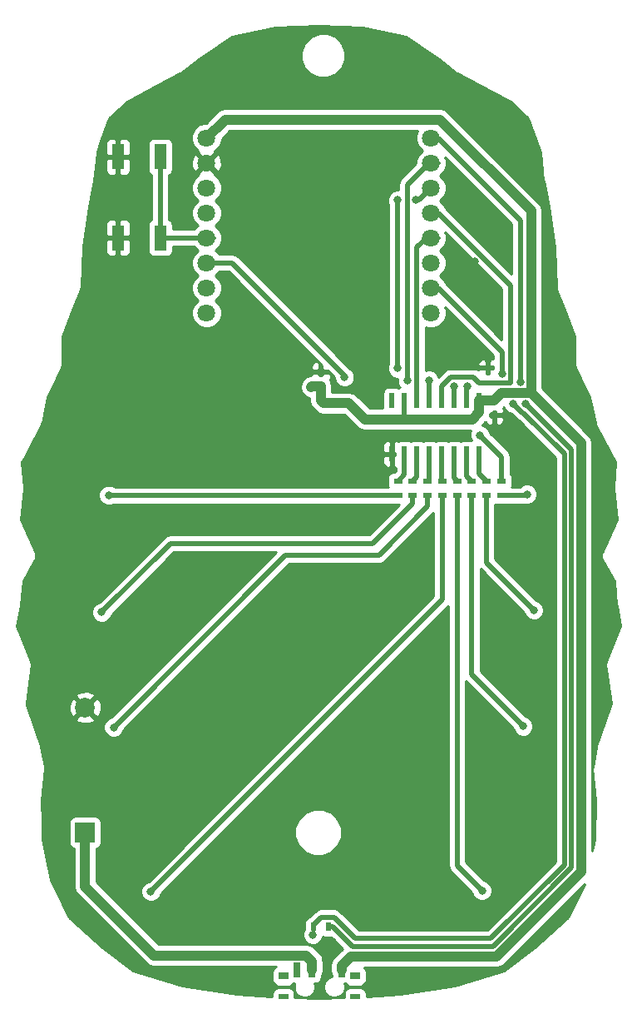
<source format=gbr>
G04 #@! TF.GenerationSoftware,KiCad,Pcbnew,no-vcs-found-bf44d39~61~ubuntu16.04.1*
G04 #@! TF.CreationDate,2018-01-11T19:38:33+02:00*
G04 #@! TF.ProjectId,shd18-badge,73686431382D62616467652E6B696361,rev?*
G04 #@! TF.SameCoordinates,Original*
G04 #@! TF.FileFunction,Copper,L2,Bot,Signal*
G04 #@! TF.FilePolarity,Positive*
%FSLAX45Y45*%
G04 Gerber Fmt 4.5, Leading zero omitted, Abs format (unit mm)*
G04 Created by KiCad (PCBNEW no-vcs-found-bf44d39~61~ubuntu16.04.1) date Thu Jan 11 19:38:33 2018*
%MOMM*%
%LPD*%
G01*
G04 APERTURE LIST*
%ADD10R,2.000000X2.000000*%
%ADD11C,2.000000*%
%ADD12R,0.900000X0.500000*%
%ADD13R,1.270000X2.540000*%
%ADD14R,0.700000X1.500000*%
%ADD15R,1.000000X0.600000*%
%ADD16R,1.000000X0.800000*%
%ADD17R,0.750000X0.800000*%
%ADD18R,0.600000X1.500000*%
%ADD19R,0.500000X0.900000*%
%ADD20C,1.800000*%
%ADD21C,0.800000*%
%ADD22C,0.500000*%
%ADD23C,0.250000*%
%ADD24C,1.000000*%
%ADD25C,0.254000*%
G04 APERTURE END LIST*
D10*
X26400000Y-21500000D03*
D11*
X26400000Y-20230000D03*
D12*
X30500000Y-16775000D03*
X30500000Y-16925000D03*
D13*
X26734100Y-14627100D03*
X27165900Y-14627100D03*
X27165900Y-15452900D03*
X26734100Y-15452900D03*
D14*
X28560000Y-22895000D03*
X28710000Y-22895000D03*
X29010000Y-22895000D03*
D15*
X28420000Y-23170000D03*
D16*
X28420000Y-22960000D03*
D15*
X29150000Y-23170000D03*
D16*
X29150000Y-22960000D03*
D17*
X28800000Y-16815000D03*
X28800000Y-16965000D03*
X30565962Y-17104853D03*
X30565962Y-17254853D03*
D18*
X30412456Y-17109940D03*
X30285456Y-17109940D03*
X30158456Y-17109940D03*
X30031456Y-17109940D03*
X29904456Y-17109940D03*
X29777456Y-17109940D03*
X29650456Y-17109940D03*
X29523456Y-17109940D03*
X29523456Y-17649940D03*
X29650456Y-17649940D03*
X29777456Y-17649940D03*
X29904456Y-17649940D03*
X30031456Y-17649940D03*
X30158456Y-17649940D03*
X30285456Y-17649940D03*
X30412456Y-17649940D03*
D12*
X29735962Y-18074853D03*
X29735962Y-17924853D03*
X29885962Y-17924853D03*
X29885962Y-18074853D03*
X30035962Y-18074853D03*
X30035962Y-17924853D03*
X30185962Y-17924853D03*
X30185962Y-18074853D03*
X30335962Y-18074853D03*
X30335962Y-17924853D03*
X30485962Y-17924853D03*
X30485962Y-18074853D03*
X30640000Y-18075000D03*
X30640000Y-17925000D03*
D19*
X28725000Y-22460000D03*
X28875000Y-22460000D03*
D12*
X29585962Y-17924853D03*
X29585962Y-18074853D03*
D20*
X29923000Y-16216000D03*
X29923000Y-15962000D03*
X29923000Y-15708000D03*
X29923000Y-15454000D03*
X29923000Y-15200000D03*
X29923000Y-14946000D03*
X29923000Y-14692000D03*
X29923000Y-14438000D03*
X27637000Y-14438000D03*
X27637000Y-14692000D03*
X27637000Y-14946000D03*
X27637000Y-15200000D03*
X27637000Y-15454000D03*
X27637000Y-15708000D03*
X27637000Y-15962000D03*
X27637000Y-16216000D03*
D21*
X28720246Y-22537975D03*
X30644999Y-16834497D03*
X30760000Y-17140000D03*
X29770000Y-15070000D03*
X29580000Y-15070000D03*
X30160000Y-16960000D03*
X29580000Y-16780000D03*
X29680000Y-16900000D03*
X29900000Y-16900000D03*
X30881382Y-17139386D03*
X30830008Y-16919385D03*
X28700000Y-16970000D03*
X28920000Y-22610000D03*
X27450000Y-14830000D03*
X27820000Y-14590000D03*
X27830000Y-14830000D03*
X27450000Y-14590000D03*
X30380000Y-15090000D03*
X30500000Y-16690000D03*
X30366395Y-15693605D03*
X29400000Y-17660000D03*
X30690000Y-17250000D03*
X26630000Y-20230000D03*
X26150000Y-20240000D03*
X26400000Y-20450000D03*
X26410000Y-20000000D03*
X29040000Y-16870000D03*
X30900000Y-18060000D03*
X26640000Y-18070000D03*
X30420000Y-17460000D03*
X30290000Y-16960000D03*
X26570000Y-19260000D03*
X26690000Y-20430000D03*
X27070000Y-22100000D03*
X30440000Y-22090000D03*
X30860000Y-20420000D03*
X30970000Y-19240000D03*
D22*
X30860000Y-17230000D02*
X31280000Y-17650000D01*
X30530000Y-22580000D02*
X29152453Y-22580000D01*
X30850000Y-17230000D02*
X30860000Y-17230000D01*
X31280000Y-17650000D02*
X31280000Y-21830000D01*
X30760000Y-17140000D02*
X30850000Y-17230000D01*
X29152453Y-22580000D02*
X28936196Y-22363743D01*
X31280000Y-21830000D02*
X30530000Y-22580000D01*
X28936196Y-22363743D02*
X28801257Y-22363743D01*
X28725000Y-22440000D02*
X28725000Y-22460000D01*
X28801257Y-22363743D02*
X28725000Y-22440000D01*
D23*
X28725000Y-22460000D02*
X28725000Y-22533221D01*
X28725000Y-22533221D02*
X28720246Y-22537975D01*
D22*
X30644999Y-16777929D02*
X30644999Y-16834497D01*
X30644999Y-16613999D02*
X30644999Y-16777929D01*
X29993000Y-15962000D02*
X30644999Y-16613999D01*
X29777456Y-17109940D02*
X29777456Y-15552544D01*
X29777456Y-15552544D02*
X29876000Y-15454000D01*
X29876000Y-15454000D02*
X29993000Y-15454000D01*
X29770000Y-15070000D02*
X29799000Y-15070000D01*
X29799000Y-15070000D02*
X29923000Y-14946000D01*
X29580000Y-15180000D02*
X29580000Y-15070000D01*
X29580000Y-16780000D02*
X29580000Y-15180000D01*
X30158456Y-17109940D02*
X30158456Y-16961544D01*
X30158456Y-16961544D02*
X30160000Y-16960000D01*
X29680000Y-16900000D02*
X29680000Y-14910000D01*
X29680000Y-14910000D02*
X29898000Y-14692000D01*
X29898000Y-14692000D02*
X29993000Y-14692000D01*
X29904456Y-17109940D02*
X29904456Y-16904456D01*
X29904456Y-16904456D02*
X29900000Y-16900000D01*
X30550000Y-22660000D02*
X29120000Y-22660000D01*
X31350000Y-17608003D02*
X31350000Y-21860000D01*
X31350000Y-21860000D02*
X30550000Y-22660000D01*
X30881382Y-17139386D02*
X31350000Y-17608003D01*
X29120000Y-22660000D02*
X28920000Y-22460000D01*
X28920000Y-22460000D02*
X28875000Y-22460000D01*
X30830008Y-16862816D02*
X30830008Y-16919385D01*
X29993000Y-14438000D02*
X30830008Y-15275008D01*
X30830008Y-15275008D02*
X30830008Y-16862816D01*
D24*
X30010000Y-14250000D02*
X27825000Y-14250000D01*
X30940008Y-17029992D02*
X30940008Y-15180008D01*
X30940008Y-15180008D02*
X30010000Y-14250000D01*
X30940000Y-17030000D02*
X30940008Y-17029992D01*
X27825000Y-14250000D02*
X27637000Y-14438000D01*
X28800000Y-16965000D02*
X28705000Y-16965000D01*
X28705000Y-16965000D02*
X28700000Y-16970000D01*
X28830000Y-17135000D02*
X28800000Y-17105000D01*
X29085000Y-17135000D02*
X28830000Y-17135000D01*
X29250000Y-17300000D02*
X29085000Y-17135000D01*
X29650456Y-17300000D02*
X29250000Y-17300000D01*
X28800000Y-17105000D02*
X28800000Y-16965000D01*
D22*
X29650456Y-17300000D02*
X29650456Y-17320456D01*
X29650456Y-17109940D02*
X29650456Y-17300000D01*
D24*
X30939386Y-17029386D02*
X30940000Y-17030000D01*
X30565962Y-17104853D02*
X30641429Y-17029386D01*
X30641429Y-17029386D02*
X30939386Y-17029386D01*
X29630000Y-17300000D02*
X29730000Y-17300000D01*
X30412456Y-17109940D02*
X30412456Y-17227544D01*
X30412456Y-17227544D02*
X30340000Y-17300000D01*
X30340000Y-17300000D02*
X29730000Y-17300000D01*
X30565962Y-17104853D02*
X30417543Y-17104853D01*
X30417543Y-17104853D02*
X30412456Y-17109940D01*
X30590000Y-22760000D02*
X31450000Y-21900000D01*
X29105000Y-22760000D02*
X30590000Y-22760000D01*
X29010000Y-22855000D02*
X29105000Y-22760000D01*
X29010000Y-22895000D02*
X29010000Y-22855000D01*
X31450000Y-21900000D02*
X31450000Y-17540000D01*
X31450000Y-17540000D02*
X30940000Y-17030000D01*
D22*
X27165900Y-15452900D02*
X27635900Y-15452900D01*
X27635900Y-15452900D02*
X27637000Y-15454000D01*
X27705900Y-15452900D02*
X27707000Y-15454000D01*
X27165900Y-14627100D02*
X27165900Y-15452900D01*
X27898000Y-15708000D02*
X27637000Y-15708000D01*
X27898000Y-15708000D02*
X29040000Y-16850000D01*
X29040000Y-16850000D02*
X29040000Y-16870000D01*
X29650456Y-17649940D02*
X29650456Y-17860359D01*
X29650456Y-17860359D02*
X29585962Y-17924853D01*
X30640000Y-18075000D02*
X30885000Y-18075000D01*
X30885000Y-18075000D02*
X30900000Y-18060000D01*
X29585962Y-18074853D02*
X26644852Y-18074853D01*
X26644852Y-18074853D02*
X26640000Y-18070000D01*
X30420000Y-17460000D02*
X30640000Y-17680000D01*
X30640000Y-17680000D02*
X30640000Y-17925000D01*
X30285456Y-17109940D02*
X30285456Y-16964544D01*
X30285456Y-16964544D02*
X30290000Y-16960000D01*
X30412456Y-17649940D02*
X30412456Y-17851346D01*
X30412456Y-17851346D02*
X30485962Y-17924853D01*
X29735962Y-18074853D02*
X29735962Y-18154038D01*
X29330000Y-18560000D02*
X27270000Y-18560000D01*
X29735962Y-18154038D02*
X29330000Y-18560000D01*
X27270000Y-18560000D02*
X26570000Y-19260000D01*
X29885962Y-18074853D02*
X29885962Y-18184038D01*
X29885962Y-18184038D02*
X29390000Y-18680000D01*
X29390000Y-18680000D02*
X28440000Y-18680000D01*
X28440000Y-18680000D02*
X26690000Y-20430000D01*
X30285456Y-17649940D02*
X30285456Y-17874346D01*
X30285456Y-17874346D02*
X30335962Y-17924853D01*
X30158456Y-17649940D02*
X30158456Y-17897346D01*
X30158456Y-17897346D02*
X30185962Y-17924853D01*
X30035962Y-18074853D02*
X30035962Y-19134038D01*
X30035962Y-19134038D02*
X27070000Y-22100000D01*
X30185962Y-18074853D02*
X30185962Y-21835963D01*
X30185962Y-21835963D02*
X30440000Y-22090000D01*
X30031456Y-17649940D02*
X30031456Y-17920346D01*
X30031456Y-17920346D02*
X30035962Y-17924853D01*
X29904456Y-17649940D02*
X29904456Y-17906359D01*
X29904456Y-17906359D02*
X29885962Y-17924853D01*
X30335962Y-18074853D02*
X30335962Y-19895963D01*
X30335962Y-19895963D02*
X30860000Y-20420000D01*
X30485962Y-18074853D02*
X30485962Y-18755963D01*
X30485962Y-18755963D02*
X30970000Y-19240000D01*
X29777456Y-17649940D02*
X29777456Y-17883359D01*
X29777456Y-17883359D02*
X29735962Y-17924853D01*
D24*
X26400000Y-22050000D02*
X27100000Y-22750000D01*
X28651000Y-22750000D02*
X28710000Y-22809000D01*
X27100000Y-22750000D02*
X28651000Y-22750000D01*
X28710000Y-22809000D02*
X28710000Y-22895000D01*
X26400000Y-21500000D02*
X26400000Y-22050000D01*
D22*
X30500000Y-16925000D02*
X30415000Y-16925000D01*
X30415000Y-16925000D02*
X30410000Y-16930000D01*
X30730000Y-16930000D02*
X30730000Y-15937000D01*
X30730000Y-15937000D02*
X29993000Y-15200000D01*
X30120000Y-16870000D02*
X30350000Y-16870000D01*
X30350000Y-16870000D02*
X30410000Y-16930000D01*
X30031456Y-16958544D02*
X30120000Y-16870000D01*
X30031456Y-17109940D02*
X30031456Y-16958544D01*
X30410000Y-16930000D02*
X30730000Y-16930000D01*
D25*
G36*
X29222909Y-13313559D02*
X29662114Y-13410513D01*
X30001090Y-13637435D01*
X30183434Y-13776542D01*
X30188647Y-13779094D01*
X30193161Y-13782741D01*
X30445552Y-13915135D01*
X30729632Y-14067973D01*
X30910778Y-14234214D01*
X31034785Y-14581856D01*
X31066090Y-14868295D01*
X31066958Y-14871051D01*
X31066946Y-14873941D01*
X31117492Y-15133596D01*
X31177272Y-15545000D01*
X31194179Y-15957722D01*
X31197016Y-15969454D01*
X31199399Y-15981286D01*
X31284885Y-16186261D01*
X31386990Y-16454766D01*
X31386838Y-16743564D01*
X31387169Y-16745232D01*
X31386918Y-16746914D01*
X31389758Y-16758285D01*
X31392039Y-16769780D01*
X31392983Y-16771195D01*
X31393395Y-16772845D01*
X31534813Y-17072375D01*
X31592733Y-17331167D01*
X31596346Y-17339333D01*
X31598854Y-17347902D01*
X31802069Y-17737228D01*
X31778061Y-17990493D01*
X31778764Y-17997368D01*
X31778145Y-18004250D01*
X31811645Y-18317141D01*
X31659806Y-18658813D01*
X31658752Y-18663489D01*
X31656557Y-18667751D01*
X31655838Y-18676410D01*
X31653926Y-18684885D01*
X31654741Y-18689609D01*
X31654344Y-18694387D01*
X31656993Y-18702662D01*
X31658470Y-18711224D01*
X31661031Y-18715276D01*
X31662493Y-18719842D01*
X31787530Y-18945403D01*
X31811302Y-19183877D01*
X31812190Y-19186791D01*
X31812163Y-19189838D01*
X31852332Y-19401783D01*
X31705691Y-19754098D01*
X31704816Y-19758460D01*
X31702833Y-19762442D01*
X31702209Y-19771450D01*
X31700432Y-19780303D01*
X31701293Y-19784667D01*
X31700985Y-19789106D01*
X31752552Y-20192508D01*
X31606138Y-20618326D01*
X31605445Y-20623441D01*
X31603541Y-20628239D01*
X31566088Y-20832387D01*
X31566228Y-20841790D01*
X31565263Y-20851145D01*
X31595230Y-21170595D01*
X31586603Y-21566352D01*
X31563500Y-21683336D01*
X31563500Y-17540000D01*
X31554860Y-17496565D01*
X31530257Y-17459743D01*
X31053508Y-16982995D01*
X31053508Y-15180008D01*
X31044868Y-15136573D01*
X31020264Y-15099751D01*
X30090257Y-14169743D01*
X30085117Y-14166309D01*
X30053435Y-14145140D01*
X30010000Y-14136500D01*
X27825000Y-14136500D01*
X27783550Y-14144745D01*
X27781565Y-14145140D01*
X27744743Y-14169743D01*
X27629993Y-14284494D01*
X27606601Y-14284473D01*
X27550163Y-14307793D01*
X27506945Y-14350936D01*
X27483527Y-14407333D01*
X27483473Y-14468399D01*
X27506793Y-14524837D01*
X27549936Y-14568055D01*
X27552019Y-14568920D01*
X27546945Y-14583984D01*
X27637000Y-14674039D01*
X27727055Y-14583984D01*
X27721996Y-14568967D01*
X27723837Y-14568207D01*
X27767055Y-14525064D01*
X27790473Y-14468667D01*
X27790494Y-14445019D01*
X27872013Y-14363500D01*
X29787728Y-14363500D01*
X29769527Y-14407333D01*
X29769473Y-14468399D01*
X29792793Y-14524837D01*
X29832918Y-14565032D01*
X29792945Y-14604936D01*
X29769527Y-14661333D01*
X29769497Y-14695345D01*
X29617421Y-14847421D01*
X29598237Y-14876132D01*
X29598237Y-14876133D01*
X29591500Y-14910000D01*
X29591500Y-14910000D01*
X29591500Y-14966510D01*
X29559503Y-14966482D01*
X29521448Y-14982206D01*
X29492308Y-15011295D01*
X29476518Y-15049322D01*
X29476482Y-15090497D01*
X29491500Y-15126843D01*
X29491500Y-16723241D01*
X29476518Y-16759322D01*
X29476482Y-16800497D01*
X29492206Y-16838552D01*
X29521295Y-16867692D01*
X29559322Y-16883482D01*
X29576514Y-16883497D01*
X29576482Y-16920497D01*
X29592206Y-16958552D01*
X29606584Y-16972955D01*
X29595679Y-16975125D01*
X29586956Y-16980953D01*
X29578232Y-16975125D01*
X29553456Y-16970196D01*
X29493456Y-16970196D01*
X29468679Y-16975125D01*
X29447675Y-16989159D01*
X29433640Y-17010164D01*
X29428712Y-17034940D01*
X29428712Y-17184940D01*
X29429022Y-17186500D01*
X29297013Y-17186500D01*
X29165257Y-17054743D01*
X29161459Y-17052206D01*
X29128435Y-17030140D01*
X29085000Y-17021500D01*
X28913500Y-17021500D01*
X28913500Y-16965000D01*
X28904860Y-16921565D01*
X28900162Y-16914534D01*
X28897316Y-16900224D01*
X28891213Y-16891090D01*
X28891333Y-16890970D01*
X28901000Y-16867631D01*
X28901000Y-16843575D01*
X28885125Y-16827700D01*
X28812700Y-16827700D01*
X28812700Y-16854026D01*
X28800000Y-16851500D01*
X28787300Y-16851500D01*
X28787300Y-16827700D01*
X28714875Y-16827700D01*
X28699000Y-16843575D01*
X28699000Y-16852694D01*
X28661565Y-16860140D01*
X28624743Y-16884743D01*
X28619743Y-16889743D01*
X28595140Y-16926566D01*
X28586500Y-16970000D01*
X28595140Y-17013435D01*
X28619743Y-17050257D01*
X28656565Y-17074860D01*
X28686500Y-17080815D01*
X28686500Y-17105000D01*
X28695140Y-17148435D01*
X28711723Y-17173253D01*
X28719743Y-17185257D01*
X28749743Y-17215257D01*
X28786565Y-17239860D01*
X28830000Y-17248500D01*
X29037987Y-17248500D01*
X29169743Y-17380257D01*
X29206565Y-17404860D01*
X29250000Y-17413500D01*
X30327240Y-17413500D01*
X30316518Y-17439322D01*
X30316482Y-17480497D01*
X30329944Y-17513078D01*
X30315456Y-17510196D01*
X30255456Y-17510196D01*
X30230679Y-17515125D01*
X30221956Y-17520953D01*
X30213232Y-17515125D01*
X30188456Y-17510196D01*
X30128456Y-17510196D01*
X30103679Y-17515125D01*
X30094956Y-17520953D01*
X30086232Y-17515125D01*
X30061456Y-17510196D01*
X30001456Y-17510196D01*
X29976679Y-17515125D01*
X29967956Y-17520953D01*
X29959232Y-17515125D01*
X29934456Y-17510196D01*
X29874456Y-17510196D01*
X29849679Y-17515125D01*
X29840956Y-17520953D01*
X29832232Y-17515125D01*
X29807456Y-17510196D01*
X29747456Y-17510196D01*
X29722679Y-17515125D01*
X29713956Y-17520953D01*
X29705232Y-17515125D01*
X29680456Y-17510196D01*
X29620456Y-17510196D01*
X29595679Y-17515125D01*
X29587758Y-17520417D01*
X29566087Y-17511440D01*
X29552031Y-17511440D01*
X29536156Y-17527315D01*
X29536156Y-17637240D01*
X29555712Y-17637240D01*
X29555712Y-17662640D01*
X29536156Y-17662640D01*
X29536156Y-17772565D01*
X29552031Y-17788440D01*
X29561956Y-17788440D01*
X29561956Y-17823702D01*
X29550548Y-17835109D01*
X29540962Y-17835109D01*
X29516186Y-17840037D01*
X29495182Y-17854072D01*
X29481147Y-17875076D01*
X29476218Y-17899853D01*
X29476218Y-17949853D01*
X29481147Y-17974629D01*
X29488980Y-17986353D01*
X26702742Y-17986353D01*
X26698705Y-17982308D01*
X26660678Y-17966518D01*
X26619503Y-17966482D01*
X26581448Y-17982206D01*
X26552308Y-18011295D01*
X26536518Y-18049322D01*
X26536482Y-18090497D01*
X26552206Y-18128552D01*
X26581295Y-18157692D01*
X26619322Y-18173482D01*
X26660497Y-18173518D01*
X26685099Y-18163353D01*
X29534708Y-18163353D01*
X29540962Y-18164597D01*
X29600246Y-18164597D01*
X29293342Y-18471500D01*
X27270000Y-18471500D01*
X27270000Y-18471500D01*
X27241752Y-18477119D01*
X27236132Y-18478237D01*
X27207421Y-18497421D01*
X27207421Y-18497421D01*
X26547555Y-19157287D01*
X26511448Y-19172206D01*
X26482308Y-19201295D01*
X26466518Y-19239322D01*
X26466482Y-19280497D01*
X26482206Y-19318552D01*
X26511295Y-19347692D01*
X26549322Y-19363482D01*
X26590497Y-19363518D01*
X26628551Y-19347794D01*
X26657692Y-19318705D01*
X26672773Y-19282385D01*
X27306658Y-18648500D01*
X28346342Y-18648500D01*
X26667555Y-20327287D01*
X26631448Y-20342206D01*
X26602308Y-20371295D01*
X26586518Y-20409322D01*
X26586482Y-20450497D01*
X26602206Y-20488552D01*
X26631295Y-20517692D01*
X26669322Y-20533482D01*
X26710497Y-20533518D01*
X26748551Y-20517794D01*
X26777692Y-20488705D01*
X26792773Y-20452385D01*
X28476658Y-18768500D01*
X29389999Y-18768500D01*
X29390000Y-18768500D01*
X29418248Y-18762881D01*
X29423867Y-18761763D01*
X29452579Y-18742579D01*
X29947462Y-18247695D01*
X29947462Y-19097380D01*
X27047555Y-21997287D01*
X27011448Y-22012206D01*
X26982308Y-22041295D01*
X26966518Y-22079322D01*
X26966482Y-22120497D01*
X26982206Y-22158552D01*
X27011295Y-22187692D01*
X27049322Y-22203482D01*
X27090497Y-22203518D01*
X27128551Y-22187794D01*
X27157692Y-22158705D01*
X27172773Y-22122385D01*
X27747925Y-21547233D01*
X28533819Y-21547233D01*
X28570052Y-21634923D01*
X28637084Y-21702073D01*
X28724711Y-21738459D01*
X28819592Y-21738541D01*
X28907283Y-21702308D01*
X28974433Y-21635276D01*
X29010818Y-21547649D01*
X29010901Y-21452768D01*
X28974668Y-21365077D01*
X28907636Y-21297927D01*
X28820009Y-21261542D01*
X28725127Y-21261459D01*
X28637437Y-21297692D01*
X28570287Y-21364724D01*
X28533901Y-21452351D01*
X28533819Y-21547233D01*
X27747925Y-21547233D01*
X30097462Y-19197695D01*
X30097462Y-21835962D01*
X30097462Y-21835963D01*
X30101561Y-21856565D01*
X30104199Y-21869830D01*
X30119399Y-21892579D01*
X30123383Y-21898542D01*
X30337287Y-22112445D01*
X30352206Y-22148552D01*
X30381295Y-22177692D01*
X30419322Y-22193482D01*
X30460497Y-22193518D01*
X30498551Y-22177794D01*
X30527692Y-22148705D01*
X30543482Y-22110678D01*
X30543518Y-22069503D01*
X30527794Y-22031449D01*
X30498705Y-22002308D01*
X30462385Y-21987227D01*
X30274462Y-21799305D01*
X30274462Y-19959621D01*
X30757287Y-20442445D01*
X30772206Y-20478552D01*
X30801295Y-20507692D01*
X30839322Y-20523482D01*
X30880497Y-20523518D01*
X30918551Y-20507794D01*
X30947692Y-20478705D01*
X30963482Y-20440678D01*
X30963518Y-20399503D01*
X30947794Y-20361449D01*
X30918705Y-20332308D01*
X30882385Y-20317227D01*
X30424462Y-19859305D01*
X30424462Y-18819621D01*
X30867287Y-19262445D01*
X30882206Y-19298552D01*
X30911295Y-19327692D01*
X30949322Y-19343482D01*
X30990497Y-19343518D01*
X31028551Y-19327794D01*
X31057692Y-19298705D01*
X31073482Y-19260678D01*
X31073518Y-19219503D01*
X31057794Y-19181449D01*
X31028705Y-19152308D01*
X30992385Y-19137227D01*
X30574462Y-18719305D01*
X30574462Y-18160659D01*
X30595000Y-18164744D01*
X30685000Y-18164744D01*
X30691254Y-18163500D01*
X30884999Y-18163500D01*
X30885000Y-18163500D01*
X30885066Y-18163487D01*
X30920497Y-18163518D01*
X30958551Y-18147794D01*
X30987692Y-18118705D01*
X31003482Y-18080678D01*
X31003518Y-18039503D01*
X30987794Y-18001449D01*
X30958705Y-17972308D01*
X30920678Y-17956518D01*
X30879503Y-17956482D01*
X30841448Y-17972206D01*
X30827129Y-17986500D01*
X30736982Y-17986500D01*
X30744816Y-17974777D01*
X30749744Y-17950000D01*
X30749744Y-17900000D01*
X30744816Y-17875224D01*
X30730781Y-17854219D01*
X30728500Y-17852695D01*
X30728500Y-17680001D01*
X30728500Y-17680000D01*
X30721763Y-17646133D01*
X30721763Y-17646133D01*
X30702579Y-17617421D01*
X30702579Y-17617421D01*
X30522713Y-17437555D01*
X30507794Y-17401449D01*
X30478705Y-17372308D01*
X30443022Y-17357491D01*
X30473183Y-17327330D01*
X30474630Y-17330822D01*
X30492493Y-17348685D01*
X30515831Y-17358353D01*
X30537387Y-17358353D01*
X30553262Y-17342478D01*
X30553262Y-17267553D01*
X30578662Y-17267553D01*
X30578662Y-17342478D01*
X30594537Y-17358353D01*
X30616093Y-17358353D01*
X30639432Y-17348685D01*
X30657295Y-17330822D01*
X30666962Y-17307483D01*
X30666962Y-17283428D01*
X30651087Y-17267553D01*
X30578662Y-17267553D01*
X30553262Y-17267553D01*
X30517997Y-17267553D01*
X30523050Y-17242153D01*
X30553262Y-17242153D01*
X30553262Y-17218353D01*
X30565962Y-17218353D01*
X30578662Y-17215826D01*
X30578662Y-17242153D01*
X30651087Y-17242153D01*
X30666962Y-17226278D01*
X30666962Y-17202222D01*
X30657295Y-17178883D01*
X30657175Y-17178763D01*
X30661410Y-17172424D01*
X30672206Y-17198552D01*
X30701295Y-17227692D01*
X30737615Y-17242773D01*
X30787421Y-17292579D01*
X30787421Y-17292579D01*
X30810202Y-17307801D01*
X30816132Y-17311763D01*
X30816723Y-17311881D01*
X31191500Y-17686658D01*
X31191500Y-21793342D01*
X30493342Y-22491500D01*
X29189111Y-22491500D01*
X28998775Y-22301164D01*
X28970063Y-22281980D01*
X28964444Y-22280862D01*
X28936196Y-22275243D01*
X28936195Y-22275243D01*
X28801258Y-22275243D01*
X28801257Y-22275243D01*
X28767390Y-22281980D01*
X28738678Y-22301164D01*
X28738678Y-22301164D01*
X28687000Y-22352842D01*
X28675223Y-22355184D01*
X28654219Y-22369219D01*
X28640184Y-22390223D01*
X28635256Y-22415000D01*
X28635256Y-22476573D01*
X28632554Y-22479271D01*
X28616764Y-22517298D01*
X28616728Y-22558472D01*
X28632451Y-22596527D01*
X28661541Y-22625667D01*
X28699568Y-22641457D01*
X28740743Y-22641493D01*
X28778797Y-22625770D01*
X28807937Y-22596680D01*
X28822049Y-22562695D01*
X28825223Y-22564816D01*
X28850000Y-22569744D01*
X28900000Y-22569744D01*
X28903825Y-22568983D01*
X29019664Y-22684822D01*
X28932379Y-22772107D01*
X28929219Y-22774219D01*
X28915184Y-22795223D01*
X28914813Y-22797087D01*
X28905140Y-22811565D01*
X28896500Y-22855000D01*
X28896500Y-22895000D01*
X28905140Y-22938435D01*
X28910256Y-22946092D01*
X28910256Y-22962827D01*
X28873620Y-22977965D01*
X28843072Y-23008459D01*
X28826519Y-23048323D01*
X28826481Y-23091487D01*
X28842965Y-23131380D01*
X28873459Y-23161928D01*
X28913323Y-23178481D01*
X28956487Y-23178519D01*
X28996380Y-23162035D01*
X29026928Y-23131540D01*
X29043481Y-23091677D01*
X29043519Y-23048513D01*
X29037830Y-23034744D01*
X29045000Y-23034744D01*
X29046628Y-23034420D01*
X29054219Y-23045781D01*
X29075223Y-23059816D01*
X29100000Y-23064744D01*
X29200000Y-23064744D01*
X29224776Y-23059816D01*
X29245781Y-23045781D01*
X29259816Y-23024776D01*
X29264744Y-23000000D01*
X29264744Y-22920000D01*
X29259816Y-22895223D01*
X29245781Y-22874219D01*
X29244705Y-22873500D01*
X30590000Y-22873500D01*
X30633435Y-22864860D01*
X30670257Y-22840257D01*
X31481803Y-22028711D01*
X31315121Y-22365362D01*
X30977043Y-22670470D01*
X30662049Y-22910050D01*
X30168007Y-23060625D01*
X29604142Y-23143757D01*
X29264744Y-23166811D01*
X29264744Y-23140000D01*
X29259816Y-23115223D01*
X29245781Y-23094219D01*
X29224776Y-23080184D01*
X29200000Y-23075256D01*
X29100000Y-23075256D01*
X29075223Y-23080184D01*
X29054219Y-23094219D01*
X29040184Y-23115223D01*
X29035256Y-23140000D01*
X29035256Y-23179403D01*
X28776350Y-23184746D01*
X28534744Y-23179759D01*
X28534744Y-23140000D01*
X28529816Y-23115223D01*
X28515781Y-23094219D01*
X28494776Y-23080184D01*
X28470000Y-23075256D01*
X28370000Y-23075256D01*
X28345223Y-23080184D01*
X28324219Y-23094219D01*
X28310184Y-23115223D01*
X28305256Y-23140000D01*
X28305256Y-23167984D01*
X27948600Y-23143757D01*
X27384748Y-23060625D01*
X26890704Y-22910050D01*
X26575687Y-22670470D01*
X26237641Y-22365367D01*
X26048531Y-21983395D01*
X25966172Y-21566365D01*
X25962540Y-21400000D01*
X26235256Y-21400000D01*
X26235256Y-21600000D01*
X26240184Y-21624777D01*
X26254219Y-21645781D01*
X26275223Y-21659816D01*
X26286500Y-21662059D01*
X26286500Y-22050000D01*
X26295140Y-22093435D01*
X26299527Y-22100000D01*
X26319743Y-22130257D01*
X27019743Y-22830257D01*
X27056565Y-22854860D01*
X27100000Y-22863500D01*
X28340261Y-22863500D01*
X28324219Y-22874219D01*
X28310184Y-22895223D01*
X28305256Y-22920000D01*
X28305256Y-23000000D01*
X28310184Y-23024776D01*
X28324219Y-23045781D01*
X28345223Y-23059816D01*
X28370000Y-23064744D01*
X28470000Y-23064744D01*
X28494776Y-23059816D01*
X28515781Y-23045781D01*
X28523372Y-23034420D01*
X28525000Y-23034744D01*
X28532157Y-23034744D01*
X28526519Y-23048323D01*
X28526481Y-23091487D01*
X28542965Y-23131380D01*
X28573459Y-23161928D01*
X28613323Y-23178481D01*
X28656487Y-23178519D01*
X28696380Y-23162035D01*
X28726928Y-23131540D01*
X28743481Y-23091677D01*
X28743519Y-23048513D01*
X28737830Y-23034744D01*
X28745000Y-23034744D01*
X28769776Y-23029816D01*
X28790781Y-23015781D01*
X28804816Y-22994776D01*
X28809744Y-22970000D01*
X28809744Y-22946092D01*
X28814860Y-22938435D01*
X28823500Y-22895000D01*
X28823500Y-22809000D01*
X28820404Y-22793434D01*
X28814860Y-22765565D01*
X28790257Y-22728743D01*
X28731257Y-22669743D01*
X28729738Y-22668728D01*
X28694435Y-22645140D01*
X28651000Y-22636500D01*
X27147013Y-22636500D01*
X26513500Y-22002987D01*
X26513500Y-21662059D01*
X26524776Y-21659816D01*
X26545781Y-21645781D01*
X26559816Y-21624777D01*
X26564744Y-21600000D01*
X26564744Y-21400000D01*
X26559816Y-21375224D01*
X26545781Y-21354219D01*
X26524776Y-21340184D01*
X26500000Y-21335256D01*
X26300000Y-21335256D01*
X26275223Y-21340184D01*
X26254219Y-21354219D01*
X26240184Y-21375224D01*
X26235256Y-21400000D01*
X25962540Y-21400000D01*
X25957530Y-21170602D01*
X25987469Y-20851139D01*
X25986504Y-20841797D01*
X25986647Y-20832406D01*
X25949256Y-20628258D01*
X25947348Y-20623448D01*
X25946652Y-20618321D01*
X25852735Y-20345253D01*
X26302707Y-20345253D01*
X26312574Y-20371939D01*
X26373546Y-20394591D01*
X26438546Y-20392186D01*
X26487426Y-20371939D01*
X26497293Y-20345253D01*
X26400000Y-20247961D01*
X26302707Y-20345253D01*
X25852735Y-20345253D01*
X25803996Y-20203546D01*
X26235409Y-20203546D01*
X26237814Y-20268546D01*
X26258061Y-20317426D01*
X26284747Y-20327293D01*
X26382039Y-20230000D01*
X26417960Y-20230000D01*
X26515253Y-20327293D01*
X26541939Y-20317426D01*
X26564591Y-20256454D01*
X26562186Y-20191454D01*
X26541939Y-20142574D01*
X26515253Y-20132707D01*
X26417960Y-20230000D01*
X26382039Y-20230000D01*
X26284747Y-20132707D01*
X26258061Y-20142574D01*
X26235409Y-20203546D01*
X25803996Y-20203546D01*
X25800198Y-20192503D01*
X25810134Y-20114747D01*
X26302707Y-20114747D01*
X26400000Y-20212040D01*
X26497293Y-20114747D01*
X26487426Y-20088061D01*
X26426454Y-20065409D01*
X26361454Y-20067814D01*
X26312574Y-20088061D01*
X26302707Y-20114747D01*
X25810134Y-20114747D01*
X25851746Y-19789103D01*
X25851439Y-19784671D01*
X25852299Y-19780312D01*
X25850522Y-19771453D01*
X25849897Y-19762439D01*
X25847917Y-19758463D01*
X25847043Y-19754107D01*
X25700590Y-19402103D01*
X25742618Y-19190918D01*
X25742619Y-19187557D01*
X25743598Y-19184341D01*
X25767364Y-18945862D01*
X25892351Y-18720297D01*
X25893810Y-18715739D01*
X25896366Y-18711694D01*
X25897846Y-18703124D01*
X25900496Y-18694841D01*
X25900099Y-18690072D01*
X25900913Y-18685356D01*
X25899000Y-18676872D01*
X25898278Y-18668206D01*
X25896087Y-18663952D01*
X25895034Y-18659283D01*
X25743226Y-18317617D01*
X25776755Y-18004754D01*
X25776134Y-17997846D01*
X25776835Y-17990946D01*
X25752621Y-17737264D01*
X25783273Y-17678515D01*
X29429956Y-17678515D01*
X29429956Y-17737571D01*
X29439623Y-17760910D01*
X29457486Y-17778773D01*
X29480825Y-17788440D01*
X29494881Y-17788440D01*
X29510756Y-17772565D01*
X29510756Y-17662640D01*
X29445831Y-17662640D01*
X29429956Y-17678515D01*
X25783273Y-17678515D01*
X25843903Y-17562309D01*
X29429956Y-17562309D01*
X29429956Y-17621365D01*
X29445831Y-17637240D01*
X29510756Y-17637240D01*
X29510756Y-17527315D01*
X29494881Y-17511440D01*
X29480825Y-17511440D01*
X29457486Y-17521108D01*
X29439623Y-17538970D01*
X29429956Y-17562309D01*
X25843903Y-17562309D01*
X25955773Y-17347893D01*
X25958276Y-17339335D01*
X25961886Y-17331180D01*
X26019857Y-17072380D01*
X26161259Y-16772843D01*
X26161673Y-16771187D01*
X26162620Y-16769768D01*
X26164085Y-16762369D01*
X28699000Y-16762369D01*
X28699000Y-16786425D01*
X28714875Y-16802300D01*
X28787300Y-16802300D01*
X28787300Y-16727375D01*
X28771425Y-16711500D01*
X28749869Y-16711500D01*
X28726530Y-16721167D01*
X28708667Y-16739030D01*
X28699000Y-16762369D01*
X26164085Y-16762369D01*
X26164896Y-16758278D01*
X26167734Y-16746912D01*
X26167483Y-16745224D01*
X26167814Y-16743550D01*
X26167599Y-16454978D01*
X26269152Y-16187769D01*
X26355255Y-15981284D01*
X26357637Y-15969454D01*
X26360474Y-15957726D01*
X26377395Y-15545004D01*
X26386628Y-15481475D01*
X26607100Y-15481475D01*
X26607100Y-15592531D01*
X26616767Y-15615870D01*
X26634630Y-15633733D01*
X26657969Y-15643400D01*
X26705525Y-15643400D01*
X26721400Y-15627525D01*
X26721400Y-15465600D01*
X26746800Y-15465600D01*
X26746800Y-15627525D01*
X26762675Y-15643400D01*
X26810231Y-15643400D01*
X26833570Y-15633733D01*
X26851433Y-15615870D01*
X26861100Y-15592531D01*
X26861100Y-15481475D01*
X26845225Y-15465600D01*
X26746800Y-15465600D01*
X26721400Y-15465600D01*
X26622975Y-15465600D01*
X26607100Y-15481475D01*
X26386628Y-15481475D01*
X26411074Y-15313269D01*
X26607100Y-15313269D01*
X26607100Y-15424325D01*
X26622975Y-15440200D01*
X26721400Y-15440200D01*
X26721400Y-15278275D01*
X26746800Y-15278275D01*
X26746800Y-15440200D01*
X26845225Y-15440200D01*
X26861100Y-15424325D01*
X26861100Y-15313269D01*
X26851433Y-15289930D01*
X26833570Y-15272067D01*
X26810231Y-15262400D01*
X26762675Y-15262400D01*
X26746800Y-15278275D01*
X26721400Y-15278275D01*
X26705525Y-15262400D01*
X26657969Y-15262400D01*
X26634630Y-15272067D01*
X26616767Y-15289930D01*
X26607100Y-15313269D01*
X26411074Y-15313269D01*
X26437188Y-15133594D01*
X26487707Y-14873936D01*
X26487695Y-14871050D01*
X26488562Y-14868299D01*
X26511808Y-14655675D01*
X26607100Y-14655675D01*
X26607100Y-14766731D01*
X26616767Y-14790070D01*
X26634630Y-14807933D01*
X26657969Y-14817600D01*
X26705525Y-14817600D01*
X26721400Y-14801725D01*
X26721400Y-14639800D01*
X26746800Y-14639800D01*
X26746800Y-14801725D01*
X26762675Y-14817600D01*
X26810231Y-14817600D01*
X26833570Y-14807933D01*
X26851433Y-14790070D01*
X26861100Y-14766731D01*
X26861100Y-14655675D01*
X26845225Y-14639800D01*
X26746800Y-14639800D01*
X26721400Y-14639800D01*
X26622975Y-14639800D01*
X26607100Y-14655675D01*
X26511808Y-14655675D01*
X26519879Y-14581857D01*
X26553545Y-14487469D01*
X26607100Y-14487469D01*
X26607100Y-14598525D01*
X26622975Y-14614400D01*
X26721400Y-14614400D01*
X26721400Y-14452475D01*
X26746800Y-14452475D01*
X26746800Y-14614400D01*
X26845225Y-14614400D01*
X26861100Y-14598525D01*
X26861100Y-14500100D01*
X27037656Y-14500100D01*
X27037656Y-14754100D01*
X27042584Y-14778876D01*
X27056619Y-14799881D01*
X27077400Y-14813766D01*
X27077400Y-15266234D01*
X27056619Y-15280119D01*
X27042584Y-15301123D01*
X27037656Y-15325900D01*
X27037656Y-15579900D01*
X27042584Y-15604676D01*
X27056619Y-15625681D01*
X27077623Y-15639716D01*
X27102400Y-15644644D01*
X27229400Y-15644644D01*
X27254176Y-15639716D01*
X27275181Y-15625681D01*
X27289216Y-15604676D01*
X27294144Y-15579900D01*
X27294144Y-15541400D01*
X27507355Y-15541400D01*
X27546918Y-15581032D01*
X27506945Y-15620936D01*
X27483527Y-15677333D01*
X27483473Y-15738399D01*
X27506793Y-15794837D01*
X27546918Y-15835032D01*
X27506945Y-15874936D01*
X27483527Y-15931333D01*
X27483473Y-15992399D01*
X27506793Y-16048837D01*
X27546918Y-16089032D01*
X27506945Y-16128936D01*
X27483527Y-16185333D01*
X27483473Y-16246399D01*
X27506793Y-16302837D01*
X27549936Y-16346055D01*
X27606333Y-16369473D01*
X27667399Y-16369526D01*
X27723837Y-16346207D01*
X27767055Y-16303064D01*
X27790473Y-16246667D01*
X27790526Y-16185601D01*
X27767207Y-16129163D01*
X27727082Y-16088968D01*
X27767055Y-16049064D01*
X27790473Y-15992667D01*
X27790526Y-15931601D01*
X27767207Y-15875163D01*
X27727082Y-15834968D01*
X27765617Y-15796500D01*
X27861342Y-15796500D01*
X28812700Y-16747858D01*
X28812700Y-16802300D01*
X28867142Y-16802300D01*
X28936498Y-16871656D01*
X28936482Y-16890497D01*
X28952206Y-16928552D01*
X28981295Y-16957692D01*
X29019322Y-16973482D01*
X29060497Y-16973518D01*
X29098551Y-16957794D01*
X29127692Y-16928705D01*
X29143482Y-16890678D01*
X29143518Y-16849503D01*
X29127794Y-16811449D01*
X29098705Y-16782308D01*
X29096586Y-16781429D01*
X27960579Y-15645421D01*
X27957554Y-15643400D01*
X27931867Y-15626237D01*
X27926248Y-15625119D01*
X27898000Y-15619500D01*
X27897999Y-15619500D01*
X27765547Y-15619500D01*
X27727082Y-15580968D01*
X27767055Y-15541064D01*
X27790473Y-15484667D01*
X27790478Y-15479247D01*
X27795500Y-15454000D01*
X27790522Y-15428973D01*
X27790526Y-15423601D01*
X27767207Y-15367163D01*
X27727082Y-15326968D01*
X27767055Y-15287064D01*
X27790473Y-15230667D01*
X27790526Y-15169601D01*
X27767207Y-15113163D01*
X27727082Y-15072968D01*
X27767055Y-15033064D01*
X27790473Y-14976667D01*
X27790526Y-14915601D01*
X27767207Y-14859163D01*
X27724064Y-14815945D01*
X27721981Y-14815080D01*
X27727055Y-14800016D01*
X27637000Y-14709960D01*
X27546945Y-14800016D01*
X27552003Y-14815033D01*
X27550163Y-14815793D01*
X27506945Y-14858936D01*
X27483527Y-14915333D01*
X27483473Y-14976399D01*
X27506793Y-15032837D01*
X27546918Y-15073032D01*
X27506945Y-15112936D01*
X27483527Y-15169333D01*
X27483473Y-15230399D01*
X27506793Y-15286837D01*
X27546918Y-15327032D01*
X27509485Y-15364400D01*
X27294144Y-15364400D01*
X27294144Y-15325900D01*
X27289216Y-15301123D01*
X27275181Y-15280119D01*
X27254400Y-15266234D01*
X27254400Y-14813766D01*
X27275181Y-14799881D01*
X27289216Y-14778876D01*
X27294144Y-14754100D01*
X27294144Y-14667934D01*
X27482354Y-14667934D01*
X27484916Y-14728946D01*
X27503336Y-14773415D01*
X27528984Y-14782055D01*
X27619039Y-14692000D01*
X27654960Y-14692000D01*
X27745016Y-14782055D01*
X27770664Y-14773415D01*
X27791646Y-14716066D01*
X27789084Y-14655054D01*
X27770664Y-14610585D01*
X27745016Y-14601945D01*
X27654960Y-14692000D01*
X27619039Y-14692000D01*
X27528984Y-14601945D01*
X27503336Y-14610585D01*
X27482354Y-14667934D01*
X27294144Y-14667934D01*
X27294144Y-14500100D01*
X27289216Y-14475323D01*
X27275181Y-14454319D01*
X27254176Y-14440284D01*
X27229400Y-14435356D01*
X27102400Y-14435356D01*
X27077623Y-14440284D01*
X27056619Y-14454319D01*
X27042584Y-14475323D01*
X27037656Y-14500100D01*
X26861100Y-14500100D01*
X26861100Y-14487469D01*
X26851433Y-14464130D01*
X26833570Y-14446267D01*
X26810231Y-14436600D01*
X26762675Y-14436600D01*
X26746800Y-14452475D01*
X26721400Y-14452475D01*
X26705525Y-14436600D01*
X26657969Y-14436600D01*
X26634630Y-14446267D01*
X26616767Y-14464130D01*
X26607100Y-14487469D01*
X26553545Y-14487469D01*
X26643873Y-14234219D01*
X26825063Y-14067980D01*
X27109107Y-13915165D01*
X27361514Y-13782744D01*
X27366031Y-13779095D01*
X27371246Y-13776541D01*
X27544588Y-13644262D01*
X28601461Y-13644262D01*
X28635415Y-13726437D01*
X28698232Y-13789364D01*
X28780348Y-13823461D01*
X28869262Y-13823539D01*
X28951437Y-13789584D01*
X29014364Y-13726768D01*
X29048461Y-13644652D01*
X29048539Y-13555738D01*
X29014584Y-13473563D01*
X28951768Y-13410636D01*
X28869652Y-13376539D01*
X28780738Y-13376461D01*
X28698563Y-13410415D01*
X28635636Y-13473232D01*
X28601539Y-13555348D01*
X28601461Y-13644262D01*
X27544588Y-13644262D01*
X27553535Y-13637434D01*
X27892533Y-13410514D01*
X28331746Y-13313560D01*
X28777311Y-13292497D01*
X29222909Y-13313559D01*
X29222909Y-13313559D01*
G37*
X29222909Y-13313559D02*
X29662114Y-13410513D01*
X30001090Y-13637435D01*
X30183434Y-13776542D01*
X30188647Y-13779094D01*
X30193161Y-13782741D01*
X30445552Y-13915135D01*
X30729632Y-14067973D01*
X30910778Y-14234214D01*
X31034785Y-14581856D01*
X31066090Y-14868295D01*
X31066958Y-14871051D01*
X31066946Y-14873941D01*
X31117492Y-15133596D01*
X31177272Y-15545000D01*
X31194179Y-15957722D01*
X31197016Y-15969454D01*
X31199399Y-15981286D01*
X31284885Y-16186261D01*
X31386990Y-16454766D01*
X31386838Y-16743564D01*
X31387169Y-16745232D01*
X31386918Y-16746914D01*
X31389758Y-16758285D01*
X31392039Y-16769780D01*
X31392983Y-16771195D01*
X31393395Y-16772845D01*
X31534813Y-17072375D01*
X31592733Y-17331167D01*
X31596346Y-17339333D01*
X31598854Y-17347902D01*
X31802069Y-17737228D01*
X31778061Y-17990493D01*
X31778764Y-17997368D01*
X31778145Y-18004250D01*
X31811645Y-18317141D01*
X31659806Y-18658813D01*
X31658752Y-18663489D01*
X31656557Y-18667751D01*
X31655838Y-18676410D01*
X31653926Y-18684885D01*
X31654741Y-18689609D01*
X31654344Y-18694387D01*
X31656993Y-18702662D01*
X31658470Y-18711224D01*
X31661031Y-18715276D01*
X31662493Y-18719842D01*
X31787530Y-18945403D01*
X31811302Y-19183877D01*
X31812190Y-19186791D01*
X31812163Y-19189838D01*
X31852332Y-19401783D01*
X31705691Y-19754098D01*
X31704816Y-19758460D01*
X31702833Y-19762442D01*
X31702209Y-19771450D01*
X31700432Y-19780303D01*
X31701293Y-19784667D01*
X31700985Y-19789106D01*
X31752552Y-20192508D01*
X31606138Y-20618326D01*
X31605445Y-20623441D01*
X31603541Y-20628239D01*
X31566088Y-20832387D01*
X31566228Y-20841790D01*
X31565263Y-20851145D01*
X31595230Y-21170595D01*
X31586603Y-21566352D01*
X31563500Y-21683336D01*
X31563500Y-17540000D01*
X31554860Y-17496565D01*
X31530257Y-17459743D01*
X31053508Y-16982995D01*
X31053508Y-15180008D01*
X31044868Y-15136573D01*
X31020264Y-15099751D01*
X30090257Y-14169743D01*
X30085117Y-14166309D01*
X30053435Y-14145140D01*
X30010000Y-14136500D01*
X27825000Y-14136500D01*
X27783550Y-14144745D01*
X27781565Y-14145140D01*
X27744743Y-14169743D01*
X27629993Y-14284494D01*
X27606601Y-14284473D01*
X27550163Y-14307793D01*
X27506945Y-14350936D01*
X27483527Y-14407333D01*
X27483473Y-14468399D01*
X27506793Y-14524837D01*
X27549936Y-14568055D01*
X27552019Y-14568920D01*
X27546945Y-14583984D01*
X27637000Y-14674039D01*
X27727055Y-14583984D01*
X27721996Y-14568967D01*
X27723837Y-14568207D01*
X27767055Y-14525064D01*
X27790473Y-14468667D01*
X27790494Y-14445019D01*
X27872013Y-14363500D01*
X29787728Y-14363500D01*
X29769527Y-14407333D01*
X29769473Y-14468399D01*
X29792793Y-14524837D01*
X29832918Y-14565032D01*
X29792945Y-14604936D01*
X29769527Y-14661333D01*
X29769497Y-14695345D01*
X29617421Y-14847421D01*
X29598237Y-14876132D01*
X29598237Y-14876133D01*
X29591500Y-14910000D01*
X29591500Y-14910000D01*
X29591500Y-14966510D01*
X29559503Y-14966482D01*
X29521448Y-14982206D01*
X29492308Y-15011295D01*
X29476518Y-15049322D01*
X29476482Y-15090497D01*
X29491500Y-15126843D01*
X29491500Y-16723241D01*
X29476518Y-16759322D01*
X29476482Y-16800497D01*
X29492206Y-16838552D01*
X29521295Y-16867692D01*
X29559322Y-16883482D01*
X29576514Y-16883497D01*
X29576482Y-16920497D01*
X29592206Y-16958552D01*
X29606584Y-16972955D01*
X29595679Y-16975125D01*
X29586956Y-16980953D01*
X29578232Y-16975125D01*
X29553456Y-16970196D01*
X29493456Y-16970196D01*
X29468679Y-16975125D01*
X29447675Y-16989159D01*
X29433640Y-17010164D01*
X29428712Y-17034940D01*
X29428712Y-17184940D01*
X29429022Y-17186500D01*
X29297013Y-17186500D01*
X29165257Y-17054743D01*
X29161459Y-17052206D01*
X29128435Y-17030140D01*
X29085000Y-17021500D01*
X28913500Y-17021500D01*
X28913500Y-16965000D01*
X28904860Y-16921565D01*
X28900162Y-16914534D01*
X28897316Y-16900224D01*
X28891213Y-16891090D01*
X28891333Y-16890970D01*
X28901000Y-16867631D01*
X28901000Y-16843575D01*
X28885125Y-16827700D01*
X28812700Y-16827700D01*
X28812700Y-16854026D01*
X28800000Y-16851500D01*
X28787300Y-16851500D01*
X28787300Y-16827700D01*
X28714875Y-16827700D01*
X28699000Y-16843575D01*
X28699000Y-16852694D01*
X28661565Y-16860140D01*
X28624743Y-16884743D01*
X28619743Y-16889743D01*
X28595140Y-16926566D01*
X28586500Y-16970000D01*
X28595140Y-17013435D01*
X28619743Y-17050257D01*
X28656565Y-17074860D01*
X28686500Y-17080815D01*
X28686500Y-17105000D01*
X28695140Y-17148435D01*
X28711723Y-17173253D01*
X28719743Y-17185257D01*
X28749743Y-17215257D01*
X28786565Y-17239860D01*
X28830000Y-17248500D01*
X29037987Y-17248500D01*
X29169743Y-17380257D01*
X29206565Y-17404860D01*
X29250000Y-17413500D01*
X30327240Y-17413500D01*
X30316518Y-17439322D01*
X30316482Y-17480497D01*
X30329944Y-17513078D01*
X30315456Y-17510196D01*
X30255456Y-17510196D01*
X30230679Y-17515125D01*
X30221956Y-17520953D01*
X30213232Y-17515125D01*
X30188456Y-17510196D01*
X30128456Y-17510196D01*
X30103679Y-17515125D01*
X30094956Y-17520953D01*
X30086232Y-17515125D01*
X30061456Y-17510196D01*
X30001456Y-17510196D01*
X29976679Y-17515125D01*
X29967956Y-17520953D01*
X29959232Y-17515125D01*
X29934456Y-17510196D01*
X29874456Y-17510196D01*
X29849679Y-17515125D01*
X29840956Y-17520953D01*
X29832232Y-17515125D01*
X29807456Y-17510196D01*
X29747456Y-17510196D01*
X29722679Y-17515125D01*
X29713956Y-17520953D01*
X29705232Y-17515125D01*
X29680456Y-17510196D01*
X29620456Y-17510196D01*
X29595679Y-17515125D01*
X29587758Y-17520417D01*
X29566087Y-17511440D01*
X29552031Y-17511440D01*
X29536156Y-17527315D01*
X29536156Y-17637240D01*
X29555712Y-17637240D01*
X29555712Y-17662640D01*
X29536156Y-17662640D01*
X29536156Y-17772565D01*
X29552031Y-17788440D01*
X29561956Y-17788440D01*
X29561956Y-17823702D01*
X29550548Y-17835109D01*
X29540962Y-17835109D01*
X29516186Y-17840037D01*
X29495182Y-17854072D01*
X29481147Y-17875076D01*
X29476218Y-17899853D01*
X29476218Y-17949853D01*
X29481147Y-17974629D01*
X29488980Y-17986353D01*
X26702742Y-17986353D01*
X26698705Y-17982308D01*
X26660678Y-17966518D01*
X26619503Y-17966482D01*
X26581448Y-17982206D01*
X26552308Y-18011295D01*
X26536518Y-18049322D01*
X26536482Y-18090497D01*
X26552206Y-18128552D01*
X26581295Y-18157692D01*
X26619322Y-18173482D01*
X26660497Y-18173518D01*
X26685099Y-18163353D01*
X29534708Y-18163353D01*
X29540962Y-18164597D01*
X29600246Y-18164597D01*
X29293342Y-18471500D01*
X27270000Y-18471500D01*
X27270000Y-18471500D01*
X27241752Y-18477119D01*
X27236132Y-18478237D01*
X27207421Y-18497421D01*
X27207421Y-18497421D01*
X26547555Y-19157287D01*
X26511448Y-19172206D01*
X26482308Y-19201295D01*
X26466518Y-19239322D01*
X26466482Y-19280497D01*
X26482206Y-19318552D01*
X26511295Y-19347692D01*
X26549322Y-19363482D01*
X26590497Y-19363518D01*
X26628551Y-19347794D01*
X26657692Y-19318705D01*
X26672773Y-19282385D01*
X27306658Y-18648500D01*
X28346342Y-18648500D01*
X26667555Y-20327287D01*
X26631448Y-20342206D01*
X26602308Y-20371295D01*
X26586518Y-20409322D01*
X26586482Y-20450497D01*
X26602206Y-20488552D01*
X26631295Y-20517692D01*
X26669322Y-20533482D01*
X26710497Y-20533518D01*
X26748551Y-20517794D01*
X26777692Y-20488705D01*
X26792773Y-20452385D01*
X28476658Y-18768500D01*
X29389999Y-18768500D01*
X29390000Y-18768500D01*
X29418248Y-18762881D01*
X29423867Y-18761763D01*
X29452579Y-18742579D01*
X29947462Y-18247695D01*
X29947462Y-19097380D01*
X27047555Y-21997287D01*
X27011448Y-22012206D01*
X26982308Y-22041295D01*
X26966518Y-22079322D01*
X26966482Y-22120497D01*
X26982206Y-22158552D01*
X27011295Y-22187692D01*
X27049322Y-22203482D01*
X27090497Y-22203518D01*
X27128551Y-22187794D01*
X27157692Y-22158705D01*
X27172773Y-22122385D01*
X27747925Y-21547233D01*
X28533819Y-21547233D01*
X28570052Y-21634923D01*
X28637084Y-21702073D01*
X28724711Y-21738459D01*
X28819592Y-21738541D01*
X28907283Y-21702308D01*
X28974433Y-21635276D01*
X29010818Y-21547649D01*
X29010901Y-21452768D01*
X28974668Y-21365077D01*
X28907636Y-21297927D01*
X28820009Y-21261542D01*
X28725127Y-21261459D01*
X28637437Y-21297692D01*
X28570287Y-21364724D01*
X28533901Y-21452351D01*
X28533819Y-21547233D01*
X27747925Y-21547233D01*
X30097462Y-19197695D01*
X30097462Y-21835962D01*
X30097462Y-21835963D01*
X30101561Y-21856565D01*
X30104199Y-21869830D01*
X30119399Y-21892579D01*
X30123383Y-21898542D01*
X30337287Y-22112445D01*
X30352206Y-22148552D01*
X30381295Y-22177692D01*
X30419322Y-22193482D01*
X30460497Y-22193518D01*
X30498551Y-22177794D01*
X30527692Y-22148705D01*
X30543482Y-22110678D01*
X30543518Y-22069503D01*
X30527794Y-22031449D01*
X30498705Y-22002308D01*
X30462385Y-21987227D01*
X30274462Y-21799305D01*
X30274462Y-19959621D01*
X30757287Y-20442445D01*
X30772206Y-20478552D01*
X30801295Y-20507692D01*
X30839322Y-20523482D01*
X30880497Y-20523518D01*
X30918551Y-20507794D01*
X30947692Y-20478705D01*
X30963482Y-20440678D01*
X30963518Y-20399503D01*
X30947794Y-20361449D01*
X30918705Y-20332308D01*
X30882385Y-20317227D01*
X30424462Y-19859305D01*
X30424462Y-18819621D01*
X30867287Y-19262445D01*
X30882206Y-19298552D01*
X30911295Y-19327692D01*
X30949322Y-19343482D01*
X30990497Y-19343518D01*
X31028551Y-19327794D01*
X31057692Y-19298705D01*
X31073482Y-19260678D01*
X31073518Y-19219503D01*
X31057794Y-19181449D01*
X31028705Y-19152308D01*
X30992385Y-19137227D01*
X30574462Y-18719305D01*
X30574462Y-18160659D01*
X30595000Y-18164744D01*
X30685000Y-18164744D01*
X30691254Y-18163500D01*
X30884999Y-18163500D01*
X30885000Y-18163500D01*
X30885066Y-18163487D01*
X30920497Y-18163518D01*
X30958551Y-18147794D01*
X30987692Y-18118705D01*
X31003482Y-18080678D01*
X31003518Y-18039503D01*
X30987794Y-18001449D01*
X30958705Y-17972308D01*
X30920678Y-17956518D01*
X30879503Y-17956482D01*
X30841448Y-17972206D01*
X30827129Y-17986500D01*
X30736982Y-17986500D01*
X30744816Y-17974777D01*
X30749744Y-17950000D01*
X30749744Y-17900000D01*
X30744816Y-17875224D01*
X30730781Y-17854219D01*
X30728500Y-17852695D01*
X30728500Y-17680001D01*
X30728500Y-17680000D01*
X30721763Y-17646133D01*
X30721763Y-17646133D01*
X30702579Y-17617421D01*
X30702579Y-17617421D01*
X30522713Y-17437555D01*
X30507794Y-17401449D01*
X30478705Y-17372308D01*
X30443022Y-17357491D01*
X30473183Y-17327330D01*
X30474630Y-17330822D01*
X30492493Y-17348685D01*
X30515831Y-17358353D01*
X30537387Y-17358353D01*
X30553262Y-17342478D01*
X30553262Y-17267553D01*
X30578662Y-17267553D01*
X30578662Y-17342478D01*
X30594537Y-17358353D01*
X30616093Y-17358353D01*
X30639432Y-17348685D01*
X30657295Y-17330822D01*
X30666962Y-17307483D01*
X30666962Y-17283428D01*
X30651087Y-17267553D01*
X30578662Y-17267553D01*
X30553262Y-17267553D01*
X30517997Y-17267553D01*
X30523050Y-17242153D01*
X30553262Y-17242153D01*
X30553262Y-17218353D01*
X30565962Y-17218353D01*
X30578662Y-17215826D01*
X30578662Y-17242153D01*
X30651087Y-17242153D01*
X30666962Y-17226278D01*
X30666962Y-17202222D01*
X30657295Y-17178883D01*
X30657175Y-17178763D01*
X30661410Y-17172424D01*
X30672206Y-17198552D01*
X30701295Y-17227692D01*
X30737615Y-17242773D01*
X30787421Y-17292579D01*
X30787421Y-17292579D01*
X30810202Y-17307801D01*
X30816132Y-17311763D01*
X30816723Y-17311881D01*
X31191500Y-17686658D01*
X31191500Y-21793342D01*
X30493342Y-22491500D01*
X29189111Y-22491500D01*
X28998775Y-22301164D01*
X28970063Y-22281980D01*
X28964444Y-22280862D01*
X28936196Y-22275243D01*
X28936195Y-22275243D01*
X28801258Y-22275243D01*
X28801257Y-22275243D01*
X28767390Y-22281980D01*
X28738678Y-22301164D01*
X28738678Y-22301164D01*
X28687000Y-22352842D01*
X28675223Y-22355184D01*
X28654219Y-22369219D01*
X28640184Y-22390223D01*
X28635256Y-22415000D01*
X28635256Y-22476573D01*
X28632554Y-22479271D01*
X28616764Y-22517298D01*
X28616728Y-22558472D01*
X28632451Y-22596527D01*
X28661541Y-22625667D01*
X28699568Y-22641457D01*
X28740743Y-22641493D01*
X28778797Y-22625770D01*
X28807937Y-22596680D01*
X28822049Y-22562695D01*
X28825223Y-22564816D01*
X28850000Y-22569744D01*
X28900000Y-22569744D01*
X28903825Y-22568983D01*
X29019664Y-22684822D01*
X28932379Y-22772107D01*
X28929219Y-22774219D01*
X28915184Y-22795223D01*
X28914813Y-22797087D01*
X28905140Y-22811565D01*
X28896500Y-22855000D01*
X28896500Y-22895000D01*
X28905140Y-22938435D01*
X28910256Y-22946092D01*
X28910256Y-22962827D01*
X28873620Y-22977965D01*
X28843072Y-23008459D01*
X28826519Y-23048323D01*
X28826481Y-23091487D01*
X28842965Y-23131380D01*
X28873459Y-23161928D01*
X28913323Y-23178481D01*
X28956487Y-23178519D01*
X28996380Y-23162035D01*
X29026928Y-23131540D01*
X29043481Y-23091677D01*
X29043519Y-23048513D01*
X29037830Y-23034744D01*
X29045000Y-23034744D01*
X29046628Y-23034420D01*
X29054219Y-23045781D01*
X29075223Y-23059816D01*
X29100000Y-23064744D01*
X29200000Y-23064744D01*
X29224776Y-23059816D01*
X29245781Y-23045781D01*
X29259816Y-23024776D01*
X29264744Y-23000000D01*
X29264744Y-22920000D01*
X29259816Y-22895223D01*
X29245781Y-22874219D01*
X29244705Y-22873500D01*
X30590000Y-22873500D01*
X30633435Y-22864860D01*
X30670257Y-22840257D01*
X31481803Y-22028711D01*
X31315121Y-22365362D01*
X30977043Y-22670470D01*
X30662049Y-22910050D01*
X30168007Y-23060625D01*
X29604142Y-23143757D01*
X29264744Y-23166811D01*
X29264744Y-23140000D01*
X29259816Y-23115223D01*
X29245781Y-23094219D01*
X29224776Y-23080184D01*
X29200000Y-23075256D01*
X29100000Y-23075256D01*
X29075223Y-23080184D01*
X29054219Y-23094219D01*
X29040184Y-23115223D01*
X29035256Y-23140000D01*
X29035256Y-23179403D01*
X28776350Y-23184746D01*
X28534744Y-23179759D01*
X28534744Y-23140000D01*
X28529816Y-23115223D01*
X28515781Y-23094219D01*
X28494776Y-23080184D01*
X28470000Y-23075256D01*
X28370000Y-23075256D01*
X28345223Y-23080184D01*
X28324219Y-23094219D01*
X28310184Y-23115223D01*
X28305256Y-23140000D01*
X28305256Y-23167984D01*
X27948600Y-23143757D01*
X27384748Y-23060625D01*
X26890704Y-22910050D01*
X26575687Y-22670470D01*
X26237641Y-22365367D01*
X26048531Y-21983395D01*
X25966172Y-21566365D01*
X25962540Y-21400000D01*
X26235256Y-21400000D01*
X26235256Y-21600000D01*
X26240184Y-21624777D01*
X26254219Y-21645781D01*
X26275223Y-21659816D01*
X26286500Y-21662059D01*
X26286500Y-22050000D01*
X26295140Y-22093435D01*
X26299527Y-22100000D01*
X26319743Y-22130257D01*
X27019743Y-22830257D01*
X27056565Y-22854860D01*
X27100000Y-22863500D01*
X28340261Y-22863500D01*
X28324219Y-22874219D01*
X28310184Y-22895223D01*
X28305256Y-22920000D01*
X28305256Y-23000000D01*
X28310184Y-23024776D01*
X28324219Y-23045781D01*
X28345223Y-23059816D01*
X28370000Y-23064744D01*
X28470000Y-23064744D01*
X28494776Y-23059816D01*
X28515781Y-23045781D01*
X28523372Y-23034420D01*
X28525000Y-23034744D01*
X28532157Y-23034744D01*
X28526519Y-23048323D01*
X28526481Y-23091487D01*
X28542965Y-23131380D01*
X28573459Y-23161928D01*
X28613323Y-23178481D01*
X28656487Y-23178519D01*
X28696380Y-23162035D01*
X28726928Y-23131540D01*
X28743481Y-23091677D01*
X28743519Y-23048513D01*
X28737830Y-23034744D01*
X28745000Y-23034744D01*
X28769776Y-23029816D01*
X28790781Y-23015781D01*
X28804816Y-22994776D01*
X28809744Y-22970000D01*
X28809744Y-22946092D01*
X28814860Y-22938435D01*
X28823500Y-22895000D01*
X28823500Y-22809000D01*
X28820404Y-22793434D01*
X28814860Y-22765565D01*
X28790257Y-22728743D01*
X28731257Y-22669743D01*
X28729738Y-22668728D01*
X28694435Y-22645140D01*
X28651000Y-22636500D01*
X27147013Y-22636500D01*
X26513500Y-22002987D01*
X26513500Y-21662059D01*
X26524776Y-21659816D01*
X26545781Y-21645781D01*
X26559816Y-21624777D01*
X26564744Y-21600000D01*
X26564744Y-21400000D01*
X26559816Y-21375224D01*
X26545781Y-21354219D01*
X26524776Y-21340184D01*
X26500000Y-21335256D01*
X26300000Y-21335256D01*
X26275223Y-21340184D01*
X26254219Y-21354219D01*
X26240184Y-21375224D01*
X26235256Y-21400000D01*
X25962540Y-21400000D01*
X25957530Y-21170602D01*
X25987469Y-20851139D01*
X25986504Y-20841797D01*
X25986647Y-20832406D01*
X25949256Y-20628258D01*
X25947348Y-20623448D01*
X25946652Y-20618321D01*
X25852735Y-20345253D01*
X26302707Y-20345253D01*
X26312574Y-20371939D01*
X26373546Y-20394591D01*
X26438546Y-20392186D01*
X26487426Y-20371939D01*
X26497293Y-20345253D01*
X26400000Y-20247961D01*
X26302707Y-20345253D01*
X25852735Y-20345253D01*
X25803996Y-20203546D01*
X26235409Y-20203546D01*
X26237814Y-20268546D01*
X26258061Y-20317426D01*
X26284747Y-20327293D01*
X26382039Y-20230000D01*
X26417960Y-20230000D01*
X26515253Y-20327293D01*
X26541939Y-20317426D01*
X26564591Y-20256454D01*
X26562186Y-20191454D01*
X26541939Y-20142574D01*
X26515253Y-20132707D01*
X26417960Y-20230000D01*
X26382039Y-20230000D01*
X26284747Y-20132707D01*
X26258061Y-20142574D01*
X26235409Y-20203546D01*
X25803996Y-20203546D01*
X25800198Y-20192503D01*
X25810134Y-20114747D01*
X26302707Y-20114747D01*
X26400000Y-20212040D01*
X26497293Y-20114747D01*
X26487426Y-20088061D01*
X26426454Y-20065409D01*
X26361454Y-20067814D01*
X26312574Y-20088061D01*
X26302707Y-20114747D01*
X25810134Y-20114747D01*
X25851746Y-19789103D01*
X25851439Y-19784671D01*
X25852299Y-19780312D01*
X25850522Y-19771453D01*
X25849897Y-19762439D01*
X25847917Y-19758463D01*
X25847043Y-19754107D01*
X25700590Y-19402103D01*
X25742618Y-19190918D01*
X25742619Y-19187557D01*
X25743598Y-19184341D01*
X25767364Y-18945862D01*
X25892351Y-18720297D01*
X25893810Y-18715739D01*
X25896366Y-18711694D01*
X25897846Y-18703124D01*
X25900496Y-18694841D01*
X25900099Y-18690072D01*
X25900913Y-18685356D01*
X25899000Y-18676872D01*
X25898278Y-18668206D01*
X25896087Y-18663952D01*
X25895034Y-18659283D01*
X25743226Y-18317617D01*
X25776755Y-18004754D01*
X25776134Y-17997846D01*
X25776835Y-17990946D01*
X25752621Y-17737264D01*
X25783273Y-17678515D01*
X29429956Y-17678515D01*
X29429956Y-17737571D01*
X29439623Y-17760910D01*
X29457486Y-17778773D01*
X29480825Y-17788440D01*
X29494881Y-17788440D01*
X29510756Y-17772565D01*
X29510756Y-17662640D01*
X29445831Y-17662640D01*
X29429956Y-17678515D01*
X25783273Y-17678515D01*
X25843903Y-17562309D01*
X29429956Y-17562309D01*
X29429956Y-17621365D01*
X29445831Y-17637240D01*
X29510756Y-17637240D01*
X29510756Y-17527315D01*
X29494881Y-17511440D01*
X29480825Y-17511440D01*
X29457486Y-17521108D01*
X29439623Y-17538970D01*
X29429956Y-17562309D01*
X25843903Y-17562309D01*
X25955773Y-17347893D01*
X25958276Y-17339335D01*
X25961886Y-17331180D01*
X26019857Y-17072380D01*
X26161259Y-16772843D01*
X26161673Y-16771187D01*
X26162620Y-16769768D01*
X26164085Y-16762369D01*
X28699000Y-16762369D01*
X28699000Y-16786425D01*
X28714875Y-16802300D01*
X28787300Y-16802300D01*
X28787300Y-16727375D01*
X28771425Y-16711500D01*
X28749869Y-16711500D01*
X28726530Y-16721167D01*
X28708667Y-16739030D01*
X28699000Y-16762369D01*
X26164085Y-16762369D01*
X26164896Y-16758278D01*
X26167734Y-16746912D01*
X26167483Y-16745224D01*
X26167814Y-16743550D01*
X26167599Y-16454978D01*
X26269152Y-16187769D01*
X26355255Y-15981284D01*
X26357637Y-15969454D01*
X26360474Y-15957726D01*
X26377395Y-15545004D01*
X26386628Y-15481475D01*
X26607100Y-15481475D01*
X26607100Y-15592531D01*
X26616767Y-15615870D01*
X26634630Y-15633733D01*
X26657969Y-15643400D01*
X26705525Y-15643400D01*
X26721400Y-15627525D01*
X26721400Y-15465600D01*
X26746800Y-15465600D01*
X26746800Y-15627525D01*
X26762675Y-15643400D01*
X26810231Y-15643400D01*
X26833570Y-15633733D01*
X26851433Y-15615870D01*
X26861100Y-15592531D01*
X26861100Y-15481475D01*
X26845225Y-15465600D01*
X26746800Y-15465600D01*
X26721400Y-15465600D01*
X26622975Y-15465600D01*
X26607100Y-15481475D01*
X26386628Y-15481475D01*
X26411074Y-15313269D01*
X26607100Y-15313269D01*
X26607100Y-15424325D01*
X26622975Y-15440200D01*
X26721400Y-15440200D01*
X26721400Y-15278275D01*
X26746800Y-15278275D01*
X26746800Y-15440200D01*
X26845225Y-15440200D01*
X26861100Y-15424325D01*
X26861100Y-15313269D01*
X26851433Y-15289930D01*
X26833570Y-15272067D01*
X26810231Y-15262400D01*
X26762675Y-15262400D01*
X26746800Y-15278275D01*
X26721400Y-15278275D01*
X26705525Y-15262400D01*
X26657969Y-15262400D01*
X26634630Y-15272067D01*
X26616767Y-15289930D01*
X26607100Y-15313269D01*
X26411074Y-15313269D01*
X26437188Y-15133594D01*
X26487707Y-14873936D01*
X26487695Y-14871050D01*
X26488562Y-14868299D01*
X26511808Y-14655675D01*
X26607100Y-14655675D01*
X26607100Y-14766731D01*
X26616767Y-14790070D01*
X26634630Y-14807933D01*
X26657969Y-14817600D01*
X26705525Y-14817600D01*
X26721400Y-14801725D01*
X26721400Y-14639800D01*
X26746800Y-14639800D01*
X26746800Y-14801725D01*
X26762675Y-14817600D01*
X26810231Y-14817600D01*
X26833570Y-14807933D01*
X26851433Y-14790070D01*
X26861100Y-14766731D01*
X26861100Y-14655675D01*
X26845225Y-14639800D01*
X26746800Y-14639800D01*
X26721400Y-14639800D01*
X26622975Y-14639800D01*
X26607100Y-14655675D01*
X26511808Y-14655675D01*
X26519879Y-14581857D01*
X26553545Y-14487469D01*
X26607100Y-14487469D01*
X26607100Y-14598525D01*
X26622975Y-14614400D01*
X26721400Y-14614400D01*
X26721400Y-14452475D01*
X26746800Y-14452475D01*
X26746800Y-14614400D01*
X26845225Y-14614400D01*
X26861100Y-14598525D01*
X26861100Y-14500100D01*
X27037656Y-14500100D01*
X27037656Y-14754100D01*
X27042584Y-14778876D01*
X27056619Y-14799881D01*
X27077400Y-14813766D01*
X27077400Y-15266234D01*
X27056619Y-15280119D01*
X27042584Y-15301123D01*
X27037656Y-15325900D01*
X27037656Y-15579900D01*
X27042584Y-15604676D01*
X27056619Y-15625681D01*
X27077623Y-15639716D01*
X27102400Y-15644644D01*
X27229400Y-15644644D01*
X27254176Y-15639716D01*
X27275181Y-15625681D01*
X27289216Y-15604676D01*
X27294144Y-15579900D01*
X27294144Y-15541400D01*
X27507355Y-15541400D01*
X27546918Y-15581032D01*
X27506945Y-15620936D01*
X27483527Y-15677333D01*
X27483473Y-15738399D01*
X27506793Y-15794837D01*
X27546918Y-15835032D01*
X27506945Y-15874936D01*
X27483527Y-15931333D01*
X27483473Y-15992399D01*
X27506793Y-16048837D01*
X27546918Y-16089032D01*
X27506945Y-16128936D01*
X27483527Y-16185333D01*
X27483473Y-16246399D01*
X27506793Y-16302837D01*
X27549936Y-16346055D01*
X27606333Y-16369473D01*
X27667399Y-16369526D01*
X27723837Y-16346207D01*
X27767055Y-16303064D01*
X27790473Y-16246667D01*
X27790526Y-16185601D01*
X27767207Y-16129163D01*
X27727082Y-16088968D01*
X27767055Y-16049064D01*
X27790473Y-15992667D01*
X27790526Y-15931601D01*
X27767207Y-15875163D01*
X27727082Y-15834968D01*
X27765617Y-15796500D01*
X27861342Y-15796500D01*
X28812700Y-16747858D01*
X28812700Y-16802300D01*
X28867142Y-16802300D01*
X28936498Y-16871656D01*
X28936482Y-16890497D01*
X28952206Y-16928552D01*
X28981295Y-16957692D01*
X29019322Y-16973482D01*
X29060497Y-16973518D01*
X29098551Y-16957794D01*
X29127692Y-16928705D01*
X29143482Y-16890678D01*
X29143518Y-16849503D01*
X29127794Y-16811449D01*
X29098705Y-16782308D01*
X29096586Y-16781429D01*
X27960579Y-15645421D01*
X27957554Y-15643400D01*
X27931867Y-15626237D01*
X27926248Y-15625119D01*
X27898000Y-15619500D01*
X27897999Y-15619500D01*
X27765547Y-15619500D01*
X27727082Y-15580968D01*
X27767055Y-15541064D01*
X27790473Y-15484667D01*
X27790478Y-15479247D01*
X27795500Y-15454000D01*
X27790522Y-15428973D01*
X27790526Y-15423601D01*
X27767207Y-15367163D01*
X27727082Y-15326968D01*
X27767055Y-15287064D01*
X27790473Y-15230667D01*
X27790526Y-15169601D01*
X27767207Y-15113163D01*
X27727082Y-15072968D01*
X27767055Y-15033064D01*
X27790473Y-14976667D01*
X27790526Y-14915601D01*
X27767207Y-14859163D01*
X27724064Y-14815945D01*
X27721981Y-14815080D01*
X27727055Y-14800016D01*
X27637000Y-14709960D01*
X27546945Y-14800016D01*
X27552003Y-14815033D01*
X27550163Y-14815793D01*
X27506945Y-14858936D01*
X27483527Y-14915333D01*
X27483473Y-14976399D01*
X27506793Y-15032837D01*
X27546918Y-15073032D01*
X27506945Y-15112936D01*
X27483527Y-15169333D01*
X27483473Y-15230399D01*
X27506793Y-15286837D01*
X27546918Y-15327032D01*
X27509485Y-15364400D01*
X27294144Y-15364400D01*
X27294144Y-15325900D01*
X27289216Y-15301123D01*
X27275181Y-15280119D01*
X27254400Y-15266234D01*
X27254400Y-14813766D01*
X27275181Y-14799881D01*
X27289216Y-14778876D01*
X27294144Y-14754100D01*
X27294144Y-14667934D01*
X27482354Y-14667934D01*
X27484916Y-14728946D01*
X27503336Y-14773415D01*
X27528984Y-14782055D01*
X27619039Y-14692000D01*
X27654960Y-14692000D01*
X27745016Y-14782055D01*
X27770664Y-14773415D01*
X27791646Y-14716066D01*
X27789084Y-14655054D01*
X27770664Y-14610585D01*
X27745016Y-14601945D01*
X27654960Y-14692000D01*
X27619039Y-14692000D01*
X27528984Y-14601945D01*
X27503336Y-14610585D01*
X27482354Y-14667934D01*
X27294144Y-14667934D01*
X27294144Y-14500100D01*
X27289216Y-14475323D01*
X27275181Y-14454319D01*
X27254176Y-14440284D01*
X27229400Y-14435356D01*
X27102400Y-14435356D01*
X27077623Y-14440284D01*
X27056619Y-14454319D01*
X27042584Y-14475323D01*
X27037656Y-14500100D01*
X26861100Y-14500100D01*
X26861100Y-14487469D01*
X26851433Y-14464130D01*
X26833570Y-14446267D01*
X26810231Y-14436600D01*
X26762675Y-14436600D01*
X26746800Y-14452475D01*
X26721400Y-14452475D01*
X26705525Y-14436600D01*
X26657969Y-14436600D01*
X26634630Y-14446267D01*
X26616767Y-14464130D01*
X26607100Y-14487469D01*
X26553545Y-14487469D01*
X26643873Y-14234219D01*
X26825063Y-14067980D01*
X27109107Y-13915165D01*
X27361514Y-13782744D01*
X27366031Y-13779095D01*
X27371246Y-13776541D01*
X27544588Y-13644262D01*
X28601461Y-13644262D01*
X28635415Y-13726437D01*
X28698232Y-13789364D01*
X28780348Y-13823461D01*
X28869262Y-13823539D01*
X28951437Y-13789584D01*
X29014364Y-13726768D01*
X29048461Y-13644652D01*
X29048539Y-13555738D01*
X29014584Y-13473563D01*
X28951768Y-13410636D01*
X28869652Y-13376539D01*
X28780738Y-13376461D01*
X28698563Y-13410415D01*
X28635636Y-13473232D01*
X28601539Y-13555348D01*
X28601461Y-13644262D01*
X27544588Y-13644262D01*
X27553535Y-13637434D01*
X27892533Y-13410514D01*
X28331746Y-13313560D01*
X28777311Y-13292497D01*
X29222909Y-13313559D01*
G36*
X30556499Y-16650657D02*
X30556499Y-16686500D01*
X30528575Y-16686500D01*
X30512700Y-16702375D01*
X30512700Y-16762500D01*
X30556499Y-16762500D01*
X30556499Y-16777739D01*
X30552446Y-16787500D01*
X30512700Y-16787500D01*
X30512700Y-16835256D01*
X30487300Y-16835256D01*
X30487300Y-16787500D01*
X30407375Y-16787500D01*
X30397518Y-16797357D01*
X30383867Y-16788237D01*
X30378248Y-16787119D01*
X30350000Y-16781500D01*
X30349999Y-16781500D01*
X30120000Y-16781500D01*
X30120000Y-16781500D01*
X30091752Y-16787119D01*
X30086132Y-16788237D01*
X30057421Y-16807421D01*
X30057421Y-16807421D01*
X29998203Y-16866639D01*
X29987794Y-16841449D01*
X29958705Y-16812308D01*
X29920678Y-16796518D01*
X29879503Y-16796482D01*
X29865956Y-16802080D01*
X29865956Y-16737369D01*
X30391500Y-16737369D01*
X30391500Y-16746625D01*
X30407375Y-16762500D01*
X30487300Y-16762500D01*
X30487300Y-16702375D01*
X30471425Y-16686500D01*
X30442369Y-16686500D01*
X30419030Y-16696167D01*
X30401167Y-16714030D01*
X30391500Y-16737369D01*
X29865956Y-16737369D01*
X29865956Y-16358520D01*
X29892333Y-16369473D01*
X29953399Y-16369526D01*
X30009837Y-16346207D01*
X30053055Y-16303064D01*
X30076473Y-16246667D01*
X30076526Y-16185601D01*
X30066023Y-16160181D01*
X30556499Y-16650657D01*
X30556499Y-16650657D01*
G37*
X30556499Y-16650657D02*
X30556499Y-16686500D01*
X30528575Y-16686500D01*
X30512700Y-16702375D01*
X30512700Y-16762500D01*
X30556499Y-16762500D01*
X30556499Y-16777739D01*
X30552446Y-16787500D01*
X30512700Y-16787500D01*
X30512700Y-16835256D01*
X30487300Y-16835256D01*
X30487300Y-16787500D01*
X30407375Y-16787500D01*
X30397518Y-16797357D01*
X30383867Y-16788237D01*
X30378248Y-16787119D01*
X30350000Y-16781500D01*
X30349999Y-16781500D01*
X30120000Y-16781500D01*
X30120000Y-16781500D01*
X30091752Y-16787119D01*
X30086132Y-16788237D01*
X30057421Y-16807421D01*
X30057421Y-16807421D01*
X29998203Y-16866639D01*
X29987794Y-16841449D01*
X29958705Y-16812308D01*
X29920678Y-16796518D01*
X29879503Y-16796482D01*
X29865956Y-16802080D01*
X29865956Y-16737369D01*
X30391500Y-16737369D01*
X30391500Y-16746625D01*
X30407375Y-16762500D01*
X30487300Y-16762500D01*
X30487300Y-16702375D01*
X30471425Y-16686500D01*
X30442369Y-16686500D01*
X30419030Y-16696167D01*
X30401167Y-16714030D01*
X30391500Y-16737369D01*
X29865956Y-16737369D01*
X29865956Y-16358520D01*
X29892333Y-16369473D01*
X29953399Y-16369526D01*
X30009837Y-16346207D01*
X30053055Y-16303064D01*
X30076473Y-16246667D01*
X30076526Y-16185601D01*
X30066023Y-16160181D01*
X30556499Y-16650657D01*
G36*
X30641500Y-15973658D02*
X30641500Y-16485342D01*
X30068617Y-15912459D01*
X30053207Y-15875163D01*
X30013082Y-15834968D01*
X30053055Y-15795064D01*
X30076473Y-15738667D01*
X30076526Y-15677601D01*
X30053207Y-15621163D01*
X30013082Y-15580968D01*
X30053055Y-15541064D01*
X30076473Y-15484667D01*
X30076478Y-15479247D01*
X30081500Y-15454000D01*
X30076522Y-15428973D01*
X30076526Y-15423601D01*
X30066023Y-15398181D01*
X30641500Y-15973658D01*
X30641500Y-15973658D01*
G37*
X30641500Y-15973658D02*
X30641500Y-16485342D01*
X30068617Y-15912459D01*
X30053207Y-15875163D01*
X30013082Y-15834968D01*
X30053055Y-15795064D01*
X30076473Y-15738667D01*
X30076526Y-15677601D01*
X30053207Y-15621163D01*
X30013082Y-15580968D01*
X30053055Y-15541064D01*
X30076473Y-15484667D01*
X30076478Y-15479247D01*
X30081500Y-15454000D01*
X30076522Y-15428973D01*
X30076526Y-15423601D01*
X30066023Y-15398181D01*
X30641500Y-15973658D01*
G36*
X30741508Y-15311666D02*
X30741508Y-15823350D01*
X30068617Y-15150459D01*
X30053207Y-15113163D01*
X30013082Y-15072968D01*
X30053055Y-15033064D01*
X30076473Y-14976667D01*
X30076526Y-14915601D01*
X30053207Y-14859163D01*
X30013082Y-14818968D01*
X30053055Y-14779064D01*
X30076473Y-14722667D01*
X30076478Y-14717247D01*
X30081500Y-14692000D01*
X30076522Y-14666973D01*
X30076526Y-14661601D01*
X30066023Y-14636181D01*
X30741508Y-15311666D01*
X30741508Y-15311666D01*
G37*
X30741508Y-15311666D02*
X30741508Y-15823350D01*
X30068617Y-15150459D01*
X30053207Y-15113163D01*
X30013082Y-15072968D01*
X30053055Y-15033064D01*
X30076473Y-14976667D01*
X30076526Y-14915601D01*
X30053207Y-14859163D01*
X30013082Y-14818968D01*
X30053055Y-14779064D01*
X30076473Y-14722667D01*
X30076478Y-14717247D01*
X30081500Y-14692000D01*
X30076522Y-14666973D01*
X30076526Y-14661601D01*
X30066023Y-14636181D01*
X30741508Y-15311666D01*
M02*

</source>
